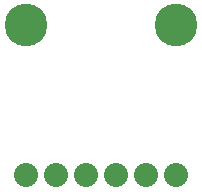
<source format=gbr>
G04 EAGLE Gerber RS-274X export*
G75*
%MOMM*%
%FSLAX34Y34*%
%LPD*%
%INSoldermask Bottom*%
%IPPOS*%
%AMOC8*
5,1,8,0,0,1.08239X$1,22.5*%
G01*
%ADD10C,3.617600*%
%ADD11C,2.032000*%


D10*
X25400Y152400D03*
X152400Y152400D03*
D11*
X25400Y25400D03*
X50800Y25400D03*
X76200Y25400D03*
X101600Y25400D03*
X127000Y25400D03*
X152400Y25400D03*
M02*

</source>
